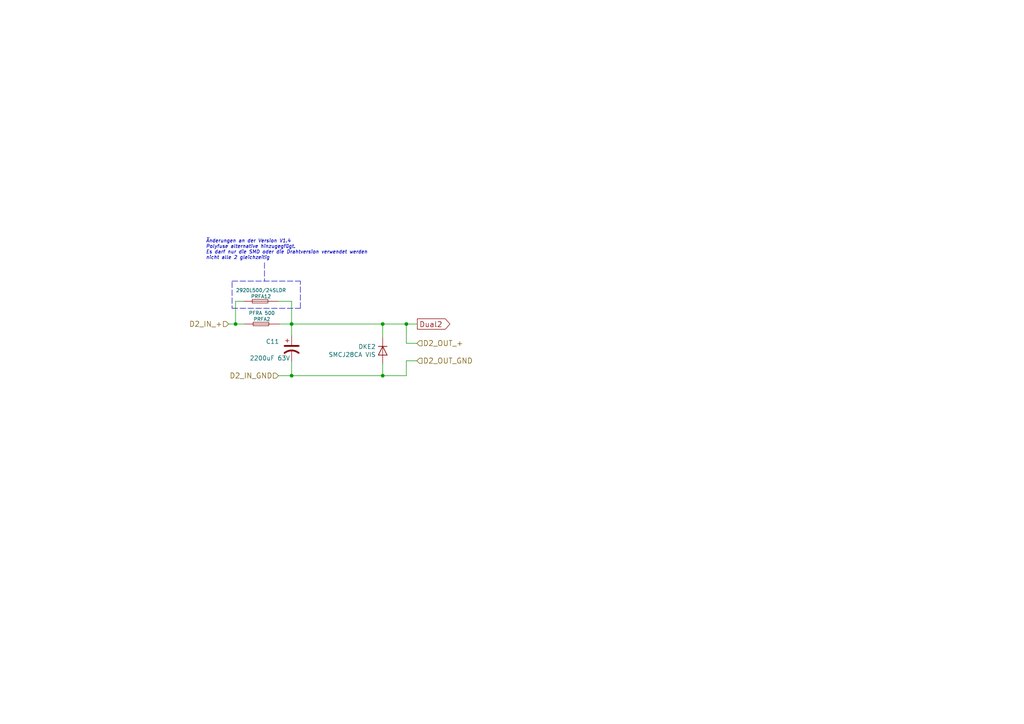
<source format=kicad_sch>
(kicad_sch (version 20201015) (generator eeschema)
  (paper "A4")
  (title_block (title "Ardumower shield SVN Version") (date "2020-12-30") (rev "1.4") (company "ML AG JL UZ") (comment 1 "Unterspannungsschutz von AlexanderG"))
  (lib_symbols
    (symbol "ardumower-mega-shield-svn-rescue:CP1-RESCUE-ardumower_mega_shield_svn" (pin_numbers hide) (pin_names (offset 0.254) hide)
      (property "Reference" "C" (at 0.635 2.54 0))
      (property "Value" "CP1-RESCUE-ardumower_mega_shield_svn" (at 0.635 -2.54 0))
      (symbol "CP1-RESCUE-ardumower_mega_shield_svn_0_1"
        (arc (start -2.032 -1.27) (end 2.032 -1.27) (radius (at 0 -3.81) (length 3.2512) (angles 128.7 51.3)) (stroke (width 0.508)))
        (polyline (pts (xy -2.032 0.762) (xy 2.032 0.762)) (stroke (width 0.508)))
        (polyline (pts (xy -1.778 2.286) (xy -0.762 2.286)))
        (polyline (pts (xy -1.27 1.778) (xy -1.27 2.794)))
      )
      (symbol "CP1-RESCUE-ardumower_mega_shield_svn_1_1"
        (pin passive line (at 0 3.81 270) (length 2.794) (name "~") (number "1"))
        (pin passive line (at 0 -3.81 90) (length 3.302) (name "~") (number "2"))
      )
    )
    (symbol "ardumower-mega-shield-svn-rescue:D-RESCUE-ardumower_mega_shield_svn" (pin_numbers hide) (pin_names hide)
      (property "Reference" "D" (at 0 2.54 0))
      (property "Value" "D-RESCUE-ardumower_mega_shield_svn" (at 0 -2.54 0))
      (symbol "D-RESCUE-ardumower_mega_shield_svn_0_1"
        (polyline (pts (xy -1.27 1.27) (xy -1.27 -1.27)) (stroke (width 0.2032)))
        (polyline (pts (xy 1.27 0) (xy -1.27 0)))
        (polyline (pts (xy 1.27 1.27) (xy 1.27 -1.27) (xy -1.27 0) (xy 1.27 1.27)) (stroke (width 0.2032)))
      )
      (symbol "D-RESCUE-ardumower_mega_shield_svn_1_1"
        (pin passive line (at -3.81 0 0) (length 2.54) (name "K") (number "1"))
        (pin passive line (at 3.81 0 180) (length 2.54) (name "A") (number "2"))
      )
    )
    (symbol "ardumower-mega-shield-svn-rescue:F_10A-RESCUE-ardumower_mega_shield_svn" (pin_numbers hide) (pin_names (offset 0.254))
      (property "Reference" "EF" (at -4.572 2.032 0))
      (property "Value" "F_10A-RESCUE-ardumower_mega_shield_svn" (at -2.54 -2.032 0))
      (symbol "F_10A-RESCUE-ardumower_mega_shield_svn_0_1"
        (polyline (pts (xy 2.032 0) (xy -2.54 0) (xy -2.54 0) (xy -2.54 0)))
        (polyline (pts (xy -2.54 0.508) (xy -2.54 -0.508) (xy 2.032 -0.508) (xy 2.032 0.508) (xy -2.54 0.508) (xy -2.54 0.508)))
      )
      (symbol "F_10A-RESCUE-ardumower_mega_shield_svn_1_1"
        (pin power_in line (at 5.08 0 180) (length 3.048) (name "~") (number "1"))
        (pin power_out line (at -5.08 0 0) (length 2.54) (name "~") (number "2"))
      )
    )
  )
  (junction (at 68.326 93.98) (diameter 0.9144))
  (junction (at 84.582 93.98) (diameter 0.9144))
  (junction (at 84.582 108.966) (diameter 0.9144))
  (junction (at 110.998 93.98) (diameter 0.9144))
  (junction (at 110.998 108.966) (diameter 0.9144))
  (junction (at 117.856 93.98) (diameter 0.9144))
  (wire (pts (xy 66.294 93.98) (xy 68.326 93.98)))
  (wire (pts (xy 68.326 87.376) (xy 68.326 93.98)))
  (wire (pts (xy 68.326 93.98) (xy 70.866 93.98)))
  (wire (pts (xy 70.612 87.376) (xy 68.326 87.376)))
  (wire (pts (xy 80.772 87.376) (xy 84.582 87.376)))
  (wire (pts (xy 80.772 108.966) (xy 84.582 108.966)))
  (wire (pts (xy 81.026 93.98) (xy 84.582 93.98)))
  (wire (pts (xy 84.582 87.376) (xy 84.582 93.98)))
  (wire (pts (xy 84.582 93.98) (xy 84.582 97.282)))
  (wire (pts (xy 84.582 93.98) (xy 110.998 93.98)))
  (wire (pts (xy 84.582 104.902) (xy 84.582 108.966)))
  (wire (pts (xy 84.582 108.966) (xy 110.998 108.966)))
  (wire (pts (xy 110.998 93.98) (xy 110.998 97.917)))
  (wire (pts (xy 110.998 93.98) (xy 117.856 93.98)))
  (wire (pts (xy 110.998 105.537) (xy 110.998 108.966)))
  (wire (pts (xy 110.998 108.966) (xy 117.856 108.966)))
  (wire (pts (xy 117.856 93.98) (xy 121.031 93.98)))
  (wire (pts (xy 117.856 99.568) (xy 117.856 93.98)))
  (wire (pts (xy 117.856 104.648) (xy 117.856 108.966)))
  (wire (pts (xy 120.904 99.568) (xy 117.856 99.568)))
  (wire (pts (xy 120.904 104.648) (xy 117.856 104.648)))
  (polyline (pts (xy 67.31 81.534) (xy 87.122 81.534)) (stroke (width 0) (type dash)))
  (polyline (pts (xy 67.31 81.788) (xy 67.31 89.408)) (stroke (width 0) (type dash)))
  (polyline (pts (xy 67.31 89.408) (xy 87.122 89.408)) (stroke (width 0) (type dash)))
  (polyline (pts (xy 76.708 76.2) (xy 76.708 81.534)) (stroke (width 0) (type dash)))
  (polyline (pts (xy 87.122 89.408) (xy 87.122 81.534)) (stroke (width 0) (type dash)))
  (text "Änderungen an der Version V1.4\nPolyfuse alternative hinzugegfügt.\nEs darf nur die SMD oder die Drahtversion verwendet werden\nnicht alle 2 gleichzeitig" (at 59.69 75.438 0) (effects (font (size 1 1) italic) (justify left bottom)))
  (global_label "Dual2" (shape output) (at 121.031 93.98 0) (property "Intersheet References" "${INTERSHEET_REFS}" (effects hide)) (effects (font (size 1.524 1.524))))
  (hierarchical_label "D2_IN_+" (shape input) (at 66.294 93.98 180) (effects (font (size 1.524 1.524))))
  (hierarchical_label "D2_IN_GND" (shape input) (at 80.772 108.966 180) (effects (font (size 1.524 1.524))))
  (hierarchical_label "D2_OUT_+" (shape input) (at 120.904 99.568 0) (effects (font (size 1.524 1.524))))
  (hierarchical_label "D2_OUT_GND" (shape input) (at 120.904 104.648 0) (effects (font (size 1.524 1.524))))
  (symbol (lib_id "ardumower-mega-shield-svn-rescue:F_10A-RESCUE-ardumower_mega_shield_svn") (at 75.692 87.376 0) (mirror x) (unit 1)
    (property "Reference" "PRFA12" (at 75.692 85.979 0) (effects (font (size 1.016 1.016))))
    (property "Value" "2920L500/24SLDR " (at 75.692 84.201 0) (effects (font (size 1.016 1.016))))
    (property "Footprint" "Fuse:Fuse_2920_7451Metric_Pad2.10x5.45mm_HandSolder" (effects hide))
    (property "Bestelllink" "https://www.mouser.de/ProductDetail/Littelfuse/2920L500-24SLDR/?qs=%2Fha2pyFadujrPVORV2ny8ShSp9F2IGH04BA1WKQYQ6Q%3D" (effects hide))
    (property "Bestellnummer" "R: PFRA 500" (effects hide))
    (property "Funktion" "PPTC PTC 24V POLYFUSE SMD 2920 SL 5.00A " (effects hide))
    (property "Reichelt-Bestellnummer" "R: PFRA 500" (effects hide))
    (property "Technische Daten" "PPTC PTC 24V POLYFUSE SMD 2920 SL 5.00A " (effects hide))
    (property "Bestücken (Assemble)" "NEIN (NO)" (effects hide))
    (property "Hersteller Nummer" "2920L500/24SLDR " (effects hide))
    (property "Mouser Nummer" "576-2920L500/24SLDR " (effects hide))
    (property "Mouser Datenblatt" "https://www.mouser.de/datasheet/2/240/littelfuse_ptc_low_rho_datasheet_pdf-1901322.pdf" (effects hide))
    (property "Gehäuseart" "2920" (effects hide))
  )
  (symbol (lib_id "ardumower-mega-shield-svn-rescue:F_10A-RESCUE-ardumower_mega_shield_svn") (at 75.946 93.98 0) (mirror x) (unit 1)
    (property "Reference" "PRFA2" (at 75.946 92.583 0) (effects (font (size 1.016 1.016))))
    (property "Value" "PFRA 500" (at 75.946 90.805 0) (effects (font (size 1.016 1.016))))
    (property "Footprint" "Zimprich:PRFA_500" (effects hide))
    (property "Datasheet" "https://cdn-reichelt.de/documents/datenblatt/C400/DS_PTC_30.pdf" (effects hide))
    (property "Bestelllink" "https://www.reichelt.de/de/en/resettable-fuses-max-40-a-30-v-14-5-s-pfra-500-p35215.html?GROUP=C48&GROUPID=7658&START=0&SORT=-rank&OFFSET=16&&r=1" (effects hide))
    (property "Technische Daten" "PFRA 500 Resettable fuses, max. 40 A, 30 V, 14.5 s" (effects hide))
    (property "Bestellnummer" "R: PFRA 500" (effects hide))
    (property "Funktion" "PFRA 500 Resettable fuses, max. 40 A, 30 V, 14.5 s" (effects hide))
    (property "Reichelt-Bestellnummer" "R: PFRA 500" (effects hide))
    (property "Bestücken (Assemble)" "NEIN (NO)" (effects hide))
  )
  (symbol (lib_id "ardumower-mega-shield-svn-rescue:D-RESCUE-ardumower_mega_shield_svn") (at 110.998 101.727 270) (unit 1)
    (property "Reference" "DKE2" (at 109.0168 100.5586 90) (effects (justify right)))
    (property "Value" "SMCJ28CA VIS" (at 109.0168 102.87 90) (effects (justify right)))
    (property "Footprint" "Diode_SMD:D_SMC" (effects hide))
    (property "Datasheet" "https://cdn-reichelt.de/documents/datenblatt/A400/SMCJ.pdf" (effects hide))
    (property "Gehäuseart" "DO-214AB/SMC" (effects hide))
    (property "Bestelllink" "https://www.reichelt.de/tvs-diode-bidirektional-28-v-1500-w-do-214ab-smc-smcj28ca-vis-p290948.html?&trstct=pos_0&nbc=1" (effects hide))
    (property "Technische Daten" "SMCJ28CA VIS TVS-Diode, bidirektional, 28 V, 1500 W, DO-214AB/SMC" (effects hide))
    (property "Bestellnummer" "R: SMCJ28CA VIS" (effects hide))
    (property "Funktion" "SMCJ28CA VIS TVS-Diode, bidirektional, 28 V, 1500 W, DO-214AB/SMC" (effects hide))
    (property "Hersteller" "Value" (effects hide))
    (property "Hersteller Bestellnummer" "Value" (effects hide))
    (property "Bauform" "DO-214AB/SMC" (effects hide))
    (property "Bestücken (Assemble)" "JA (YES)" (effects hide))
  )
  (symbol (lib_id "ardumower-mega-shield-svn-rescue:CP1-RESCUE-ardumower_mega_shield_svn") (at 84.582 101.092 0) (unit 1)
    (property "Reference" "C11" (at 77.089 99.06 0) (effects (justify left)))
    (property "Value" "2200uF 63V" (at 72.39 103.886 0) (effects (justify left)))
    (property "Footprint" "Capacitors_ThroughHole:C_Radial_D18_L36_P7.5" (effects hide))
    (property "Bestellnummer" "Value" (effects hide))
    (property "Bestelllink" "Value" (effects hide))
    (property "Gehäuseart" "Value" (effects hide))
    (property "Funktion" "Value" (effects hide))
    (property "Bestücken (Assemble)" "NEIN (NO)" (effects hide))
  )
)
</source>
